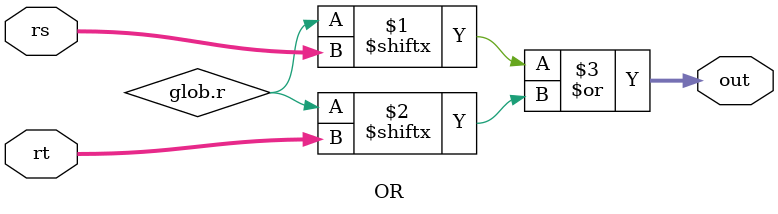
<source format=v>
module OR
(
	input	[4:0]	rs, rt,
	output	[31:0]	out
);

        assign out = glob.r[rs] | glob.r[rt];

endmodule

</source>
